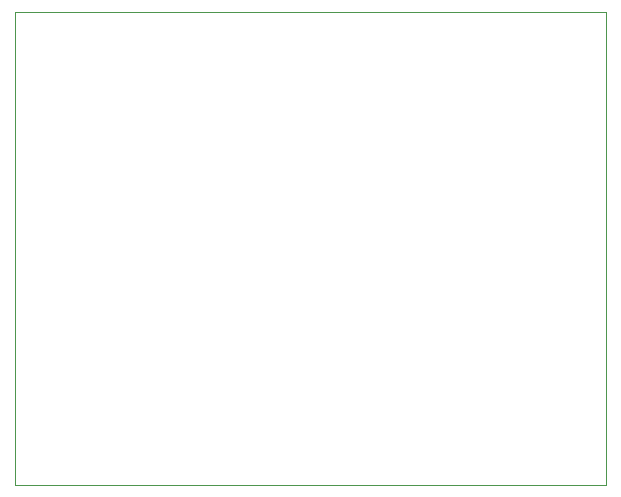
<source format=gbr>
%TF.GenerationSoftware,KiCad,Pcbnew,8.0.2*%
%TF.CreationDate,2024-11-30T10:22:52-06:00*%
%TF.ProjectId,Desktop_50_Pin_TopConn,4465736b-746f-4705-9f35-305f50696e5f,rev?*%
%TF.SameCoordinates,Original*%
%TF.FileFunction,Profile,NP*%
%FSLAX46Y46*%
G04 Gerber Fmt 4.6, Leading zero omitted, Abs format (unit mm)*
G04 Created by KiCad (PCBNEW 8.0.2) date 2024-11-30 10:22:52*
%MOMM*%
%LPD*%
G01*
G04 APERTURE LIST*
%TA.AperFunction,Profile*%
%ADD10C,0.100000*%
%TD*%
G04 APERTURE END LIST*
D10*
X0Y20000000D02*
X50000000Y20000000D01*
X50000000Y-20000000D02*
X0Y-20000000D01*
X0Y20000000D02*
X0Y-20000000D01*
X50000000Y20000000D02*
X50000000Y-20000000D01*
M02*

</source>
